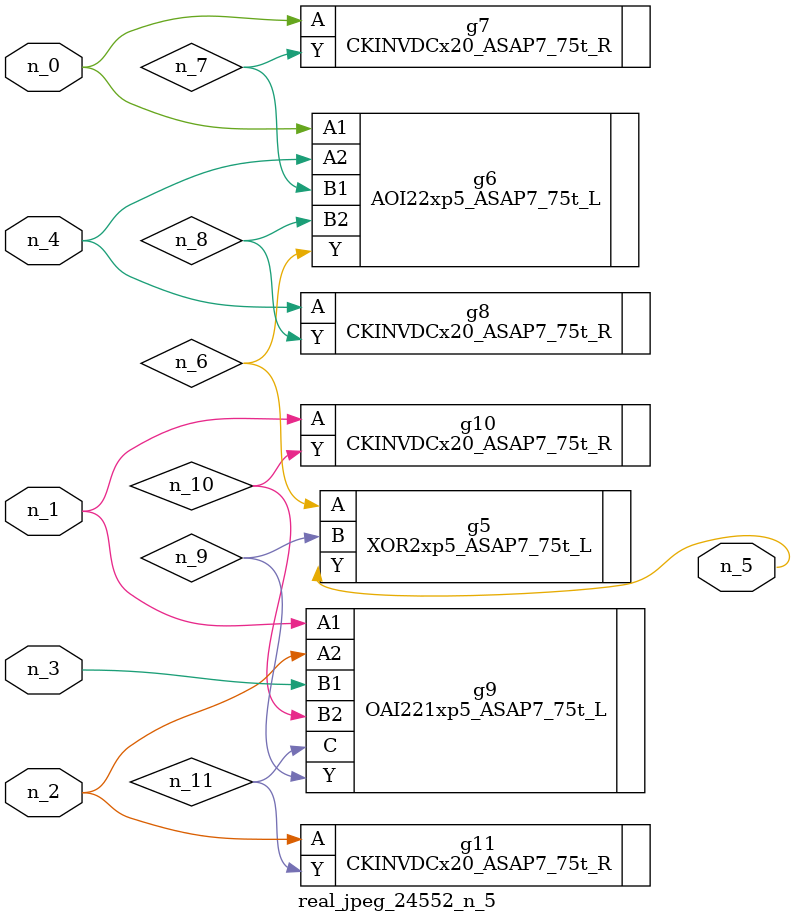
<source format=v>
module real_jpeg_24552_n_5 (n_4, n_0, n_1, n_2, n_3, n_5);

input n_4;
input n_0;
input n_1;
input n_2;
input n_3;

output n_5;

wire n_8;
wire n_11;
wire n_6;
wire n_7;
wire n_10;
wire n_9;

AOI22xp5_ASAP7_75t_L g6 ( 
.A1(n_0),
.A2(n_4),
.B1(n_7),
.B2(n_8),
.Y(n_6)
);

CKINVDCx20_ASAP7_75t_R g7 ( 
.A(n_0),
.Y(n_7)
);

OAI221xp5_ASAP7_75t_L g9 ( 
.A1(n_1),
.A2(n_2),
.B1(n_3),
.B2(n_10),
.C(n_11),
.Y(n_9)
);

CKINVDCx20_ASAP7_75t_R g10 ( 
.A(n_1),
.Y(n_10)
);

CKINVDCx20_ASAP7_75t_R g11 ( 
.A(n_2),
.Y(n_11)
);

CKINVDCx20_ASAP7_75t_R g8 ( 
.A(n_4),
.Y(n_8)
);

XOR2xp5_ASAP7_75t_L g5 ( 
.A(n_6),
.B(n_9),
.Y(n_5)
);


endmodule
</source>
